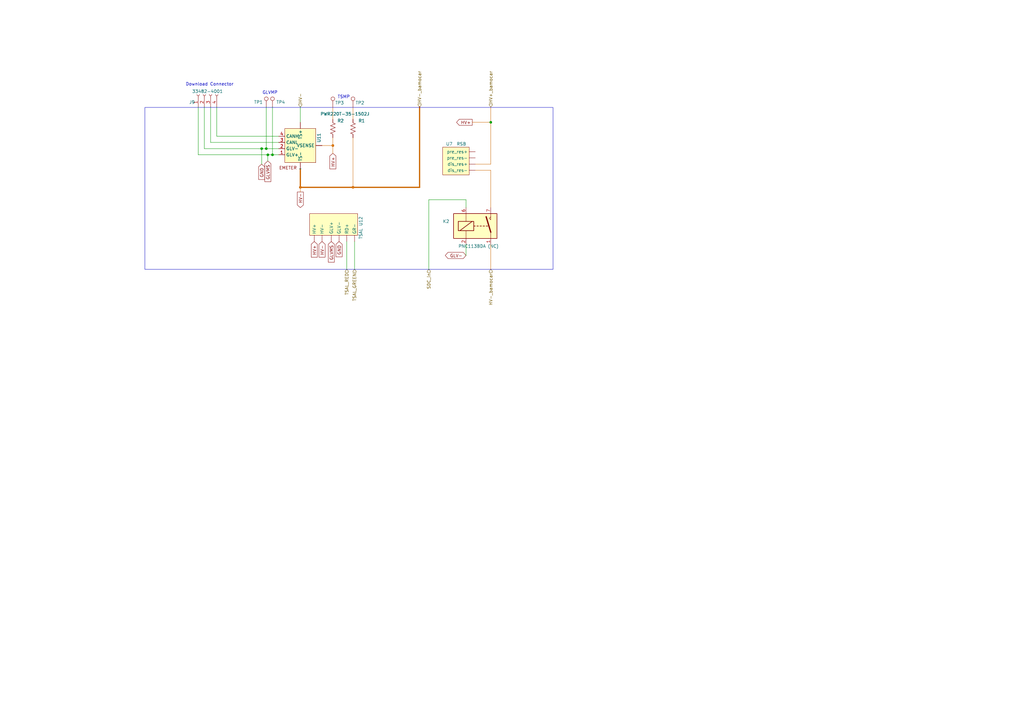
<source format=kicad_sch>
(kicad_sch (version 20231120) (generator "eeschema") (generator_version "8.0")
  (paper "A3")
  (title_block (title "SC FormulaE Electrical System"))
  (lib_symbols
    (symbol "Connector:Conn_01x04_Socket" (pin_names (offset 1.016) hide)
      (property "Reference" "J" (at 0 5.08 0))
      (property "Value" "Conn_01x04_Socket" (at 0 -7.62 0))
      (symbol "Conn_01x04_Socket_1_1"
        (arc (start 0 -4.572) (mid -0.5058 -5.08) (end 0 -5.588) (stroke (width 0.1524)))
        (arc (start 0 -2.032) (mid -0.5058 -2.54) (end 0 -3.048) (stroke (width 0.1524)))
        (polyline (pts (xy -1.27 -5.08) (xy -0.508 -5.08)) (stroke (width 0.1524)))
        (polyline (pts (xy -1.27 -2.54) (xy -0.508 -2.54)) (stroke (width 0.1524)))
        (polyline (pts (xy -1.27 0) (xy -0.508 0)) (stroke (width 0.1524)))
        (polyline (pts (xy -1.27 2.54) (xy -0.508 2.54)) (stroke (width 0.1524)))
        (arc (start 0 0.508) (mid -0.5058 0) (end 0 -0.508) (stroke (width 0.1524)))
        (arc (start 0 3.048) (mid -0.5058 2.54) (end 0 2.032) (stroke (width 0.1524)))
        (pin passive line (at -5.08 2.54 0) (length 3.81) (name "Pin_1") (number "1"))
        (pin passive line (at -5.08 0 0) (length 3.81) (name "Pin_2") (number "2"))
        (pin passive line (at -5.08 -2.54 0) (length 3.81) (name "Pin_3") (number "3"))
        (pin passive line (at -5.08 -5.08 0) (length 3.81) (name "Pin_4") (number "4"))
      )
    )
    (symbol "Connector:TestPoint" (pin_numbers hide) (pin_names (offset 0.762) hide)
      (property "Reference" "TP" (at 0 6.858 0))
      (property "Value" "TestPoint" (at 0 5.08 0))
      (symbol "TestPoint_0_1"
        (circle (center 0 3.302) (radius 0.762))
      )
      (symbol "TestPoint_1_1"
        (pin passive line (at 0 0 90) (length 2.54) (name "1") (number "1"))
      )
    )
    (symbol "Device:R_US" (pin_numbers hide) (pin_names (offset 0))
      (property "Reference" "R" (at 2.54 0 90))
      (property "Value" "R_US" (at -2.54 0 90))
      (symbol "R_US_0_1"
        (polyline (pts (xy 0 -2.286) (xy 0 -2.54)))
        (polyline (pts (xy 0 2.286) (xy 0 2.54)))
        (polyline (pts (xy 0 -0.762) (xy 1.016 -1.143) (xy 0 -1.524) (xy -1.016 -1.905) (xy 0 -2.286)))
        (polyline (pts (xy 0 0.762) (xy 1.016 0.381) (xy 0 0) (xy -1.016 -0.381) (xy 0 -0.762)))
        (polyline (pts (xy 0 2.286) (xy 1.016 1.905) (xy 0 1.524) (xy -1.016 1.143) (xy 0 0.762)))
      )
      (symbol "R_US_1_1"
        (pin passive line (at 0 3.81 270) (length 1.27) (name "~") (number "1"))
        (pin passive line (at 0 -3.81 90) (length 1.27) (name "~") (number "2"))
      )
    )
    (symbol "FSAE:Emeter"
      (property "Reference" "U11" (at -7.62 15.875 90))
      (property "Value" "~" (at 0 3.175 0))
      (symbol "Emeter_0_1"
        (rectangle (start -6.35 19.685) (end 6.35 5.715) (fill (type background)))
        (text "EMETER\n\n" (at 5.08 2.54 0) (effects (font (size 1.27 1.27))))
      )
      (symbol "Emeter_1_1"
        (pin input line (at 0 22.225 270) (length 2.54) (name "TS+") (number ""))
        (pin input line (at 0 3.175 90) (length 2.54) (name "TS-") (number ""))
        (pin input line (at -8.89 12.7 0) (length 2.54) (name "VSENSE") (number ""))
        (pin input line (at 8.89 8.89 180) (length 2.54) (name "GLV+") (number "1"))
        (pin input line (at 8.89 11.43 180) (length 2.54) (name "GLV-") (number "2"))
        (pin bidirectional line (at 8.89 13.97 180) (length 2.54) (name "CANL") (number "3"))
        (pin bidirectional line (at 8.89 16.51 180) (length 2.54) (name "CANH") (number "4"))
      )
    )
    (symbol "Random:RSB"
      (property "Reference" "U5" (at -5.715 6.985 0))
      (property "Value" "RSB" (at 0.635 6.985 0))
      (symbol "RSB_1_1"
        (rectangle (start -6.985 5.715) (end 3.81 -5.715) (fill (type background)))
        (pin input line (at 6.35 -1.27 180) (length 2.54) (name "dis_res+") (number ""))
        (pin input line (at 6.35 -3.81 180) (length 2.54) (name "dis_res-") (number ""))
        (pin input line (at 6.35 3.81 180) (length 2.54) (name "pre_res+") (number ""))
        (pin input line (at 6.35 1.27 180) (length 2.54) (name "pre_res-") (number ""))
      )
    )
    (symbol "Random:TSAL"
      (property "Reference" "U7" (at 12.7 0 0))
      (property "Value" "TSAL" (at 15.24 -2.54 0))
      (symbol "TSAL_1_1"
        (rectangle (start -8.255 4.445) (end 11.43 -4.445) (fill (type background)))
        (pin power_in line (at 0.635 -6.985 90) (length 2.54) (name "GLV+") (number ""))
        (pin power_in line (at 3.81 -6.985 90) (length 2.54) (name "GLV-") (number ""))
        (pin power_in line (at 10.16 -6.985 90) (length 2.54) (name "GR-") (number ""))
        (pin power_in line (at -6.35 -6.985 90) (length 2.54) (name "HV+") (number ""))
        (pin power_in line (at -3.175 -6.985 90) (length 2.54) (name "HV-") (number ""))
        (pin power_in line (at 6.985 -6.985 90) (length 2.54) (name "RD+") (number ""))
      )
    )
    (symbol "Relay:DIPxx-1Axx-11x"
      (property "Reference" "K" (at 8.89 3.81 0))
      (property "Value" "DIPxx-1Axx-11x" (at 8.89 1.27 0))
      (symbol "DIPxx-1Axx-11x_0_0"
        (polyline (pts (xy 5.08 5.08) (xy 5.08 2.54) (xy 4.445 3.175) (xy 5.08 3.81)))
      )
      (symbol "DIPxx-1Axx-11x_0_1"
        (rectangle (start -10.16 5.08) (end 7.62 -5.08) (stroke (width 0.254)) (fill (type background)))
        (rectangle (start -8.255 1.905) (end -1.905 -1.905) (stroke (width 0.254)))
        (polyline (pts (xy -7.62 -1.905) (xy -2.54 1.905)) (stroke (width 0.254)))
        (polyline (pts (xy -5.08 -5.08) (xy -5.08 -1.905)))
        (polyline (pts (xy -5.08 5.08) (xy -5.08 1.905)))
        (polyline (pts (xy -1.905 0) (xy -1.27 0)) (stroke (width 0.254)))
        (polyline (pts (xy -0.635 0) (xy 0 0)) (stroke (width 0.254)))
        (polyline (pts (xy 0.635 0) (xy 1.27 0)) (stroke (width 0.254)))
        (polyline (pts (xy 1.905 0) (xy 2.54 0)) (stroke (width 0.254)))
        (polyline (pts (xy 3.175 0) (xy 3.81 0)) (stroke (width 0.254)))
        (polyline (pts (xy 5.08 -2.54) (xy 3.175 3.81)) (stroke (width 0.508)))
        (polyline (pts (xy 5.08 -2.54) (xy 5.08 -5.08)))
      )
      (symbol "DIPxx-1Axx-11x_1_1"
        (pin passive line (at 5.08 -7.62 90) (length 2.54) (name "~") (number "1"))
        (pin passive line (at 5.08 -7.62 90) (length 2.54) hide (name "~") (number "14"))
        (pin passive line (at -5.08 -7.62 90) (length 2.54) (name "~") (number "2"))
        (pin passive line (at -5.08 7.62 270) (length 2.54) (name "~") (number "6"))
        (pin passive line (at 5.08 7.62 270) (length 2.54) (name "~") (number "7"))
        (pin passive line (at 5.08 7.62 270) (length 2.54) hide (name "~") (number "8"))
      )
    )
  )
  (junction (at 123.19 76.835) (color 204 102 0 1))
  (junction (at 111.76 63.5))
  (junction (at 136.525 59.69) (color 204 102 0 1))
  (junction (at 109.22 60.96))
  (junction (at 107.315 60.96))
  (junction (at 201.295 50.165))
  (junction (at 109.855 63.5))
  (junction (at 144.78 76.835) (color 204 102 0 1))
  (wire (pts (xy 142.24 99.06) (xy 142.24 110.49)))
  (wire (pts (xy 201.295 43.815) (xy 201.295 50.165)) (stroke (width 0) (color 204 102 0 1)))
  (wire (pts (xy 109.22 43.815) (xy 109.22 60.96)))
  (wire (pts (xy 144.78 56.515) (xy 144.78 76.835)) (stroke (width 0) (color 204 102 0 1)))
  (wire (pts (xy 107.315 67.31) (xy 107.315 60.96)))
  (wire (pts (xy 111.76 43.815) (xy 111.76 63.5)))
  (wire (pts (xy 86.36 58.42) (xy 114.3 58.42)))
  (wire (pts (xy 86.36 43.815) (xy 86.36 58.42)))
  (wire (pts (xy 123.19 76.835) (xy 123.19 69.215)) (stroke (width 0.508) (color 204 102 0 1)))
  (wire (pts (xy 201.295 69.85) (xy 201.295 85.09)) (stroke (width 0) (color 204 102 0 1)))
  (wire (pts (xy 81.28 63.5) (xy 109.855 63.5)))
  (wire (pts (xy 111.76 63.5) (xy 114.3 63.5)))
  (wire (pts (xy 136.525 48.895) (xy 136.525 43.815)) (stroke (width 0) (color 204 102 0 1)))
  (wire (pts (xy 123.19 76.835) (xy 144.78 76.835)) (stroke (width 0.508) (color 204 102 0 1)))
  (wire (pts (xy 191.135 100.33) (xy 191.135 104.775)))
  (wire (pts (xy 194.945 67.31) (xy 201.295 67.31)) (stroke (width 0) (color 204 102 0 1)))
  (wire (pts (xy 145.415 99.06) (xy 145.415 110.49)))
  (wire (pts (xy 201.295 69.85) (xy 194.945 69.85)) (stroke (width 0) (color 204 102 0 1)))
  (wire (pts (xy 172.085 43.815) (xy 172.085 76.835)) (stroke (width 0.508) (color 204 102 0 1)))
  (wire (pts (xy 144.78 76.835) (xy 172.085 76.835)) (stroke (width 0) (color 204 102 0 1)))
  (wire (pts (xy 83.82 43.815) (xy 83.82 60.96)))
  (wire (pts (xy 88.9 55.88) (xy 114.3 55.88)))
  (wire (pts (xy 144.78 76.835) (xy 172.085 76.835)) (stroke (width 0.508) (color 204 102 0 1)))
  (wire (pts (xy 144.78 48.895) (xy 144.78 43.815)) (stroke (width 0) (color 204 102 0 1)))
  (wire (pts (xy 175.895 81.915) (xy 175.895 110.49)))
  (wire (pts (xy 109.855 66.04) (xy 109.855 63.5)))
  (wire (pts (xy 193.675 50.165) (xy 201.295 50.165)) (stroke (width 0) (color 204 102 0 1)))
  (wire (pts (xy 83.82 60.96) (xy 107.315 60.96)))
  (wire (pts (xy 136.525 59.69) (xy 132.08 59.69)) (stroke (width 0) (color 204 102 0 1)))
  (wire (pts (xy 107.315 60.96) (xy 109.22 60.96)))
  (wire (pts (xy 81.28 63.5) (xy 81.28 43.815)))
  (wire (pts (xy 109.855 63.5) (xy 111.76 63.5)))
  (wire (pts (xy 201.295 100.33) (xy 201.295 110.49)) (stroke (width 0) (color 204 102 0 1)))
  (wire (pts (xy 191.135 81.915) (xy 175.895 81.915)))
  (wire (pts (xy 191.135 81.915) (xy 191.135 85.09)))
  (wire (pts (xy 136.525 62.865) (xy 136.525 59.69)) (stroke (width 0) (color 204 102 0 1)))
  (wire (pts (xy 123.19 76.835) (xy 123.19 78.74)) (stroke (width 0) (color 204 102 0 1)))
  (wire (pts (xy 109.22 60.96) (xy 114.3 60.96)))
  (wire (pts (xy 123.19 43.815) (xy 123.19 50.165)))
  (wire (pts (xy 201.295 50.165) (xy 201.295 67.31)) (stroke (width 0) (color 204 102 0 1)))
  (wire (pts (xy 88.9 43.815) (xy 88.9 55.88)))
  (wire (pts (xy 136.525 56.515) (xy 136.525 59.69)) (stroke (width 0) (color 204 102 0 1)))
  (rectangle (start 59.436 44.069) (end 226.822 110.49))
  (text "Download Connector" (at 85.979 34.671 0) (effects (font (size 1.27 1.27))))
  (text "TSMP" (at 140.97 39.878 0) (effects (font (size 1.27 1.27))))
  (text "GLVMP" (at 110.744 38.1 0) (effects (font (size 1.27 1.27))))
  (global_label "GND" (shape input) (at 139.065 99.06 270) (property "Intersheetrefs" "${INTERSHEET_REFS}" (effects (hide yes))))
  (global_label "GLVMS" (shape input) (at 135.89 99.06 270) (property "Intersheetrefs" "${INTERSHEET_REFS}" (effects (hide yes))))
  (global_label "GND" (shape input) (at 107.315 67.31 270) (property "Intersheetrefs" "${INTERSHEET_REFS}" (effects (hide yes))))
  (global_label "HV+" (shape input) (at 128.905 99.06 270) (property "Intersheetrefs" "${INTERSHEET_REFS}" (effects (hide yes))))
  (global_label "GLVMS" (shape input) (at 109.855 66.04 270) (property "Intersheetrefs" "${INTERSHEET_REFS}" (effects (hide yes))))
  (global_label "HV-" (shape input) (at 132.08 99.06 270) (property "Intersheetrefs" "${INTERSHEET_REFS}" (effects (hide yes))))
  (global_label "HV+" (shape input) (at 136.525 62.865 270) (property "Intersheetrefs" "${INTERSHEET_REFS}" (effects (hide yes))))
  (global_label "HV+" (shape output) (at 193.675 50.165 180) (property "Intersheetrefs" "${INTERSHEET_REFS}" (effects (hide yes))))
  (global_label "GLV-" (shape bidirectional) (at 191.135 104.775 180) (property "Intersheetrefs" "${INTERSHEET_REFS}" (effects (hide yes))))
  (global_label "HV-" (shape output) (at 123.19 78.74 270) (property "Intersheetrefs" "${INTERSHEET_REFS}" (effects (hide yes))))
  (hierarchical_label "HV-_bamocar" (shape input) (at 201.295 110.49 270))
  (hierarchical_label "TSAL_GREEN" (shape input) (at 145.415 110.49 270))
  (hierarchical_label "SDC_in" (shape input) (at 175.895 110.49 270))
  (hierarchical_label "TSAL_RED" (shape input) (at 142.24 110.49 270))
  (hierarchical_label "HV-_bamocar" (shape input) (at 172.085 43.815 90))
  (hierarchical_label "HV-" (shape input) (at 123.19 43.815 90))
  (hierarchical_label "HV+_bamocar" (shape input) (at 201.295 43.815 90))
  (symbol (lib_id "Connector:TestPoint") (at 136.525 43.815 0) (unit 1)
    (property "Reference" "TP3" (at 137.414 42.164 0) (effects (justify left)))
    (property "Value" "TestPoint" (effects (hide yes)))
  )
  (symbol (lib_id "Relay:DIPxx-1Axx-11x") (at 196.215 92.71 0) (unit 1)
    (property "Reference" "K2" (at 181.61 90.805 0) (effects (justify left)))
    (property "Value" "PNC113BDA (NC)" (at 187.96 100.965 0) (effects (justify left)))
    (property "Footprint" "Relay_THT:Relay_StandexMeder_DIP_LowProfile" (effects (hide yes)))
    (property "Datasheet" "https://www.sensata.com/sites/default/files/a/sensata-gigavac-gv24-sereies-800v-contactors-datasheet.pdf" (effects (hide yes)))
  )
  (symbol (lib_id "Device:R_US") (at 136.525 52.705 180) (unit 1)
    (property "Reference" "R2" (at 139.7 49.53 0))
    (property "Value" "PWR220T-35-1502J" (at 141.478 46.736 0))
  )
  (symbol (lib_id "Connector:TestPoint") (at 109.22 43.815 0) (unit 1)
    (property "Reference" "TP1" (at 104.14 41.91 0) (effects (justify left)))
    (property "Value" "TestPoint" (effects (hide yes)))
  )
  (symbol (lib_id "Random:RSB") (at 188.595 66.04 0) (unit 1)
    (property "Reference" "U7" (at 182.88 59.055 0) (effects (justify left)))
    (property "Value" "RSB" (at 189.23 59.055 0))
  )
  (symbol (lib_id "Connector:TestPoint") (at 144.78 43.815 0) (unit 1)
    (property "Reference" "TP2" (at 145.796 42.164 0) (effects (justify left)))
    (property "Value" "TestPoint" (effects (hide yes)))
  )
  (symbol (lib_id "Connector:TestPoint") (at 111.76 43.815 0) (unit 1)
    (property "Reference" "TP4" (at 113.284 41.91 0) (effects (justify left)))
    (property "Value" "TestPoint" (effects (hide yes)))
  )
  (symbol (lib_id "Connector:Conn_01x04_Socket") (at 83.82 38.735 90) (unit 1)
    (property "Reference" "J9" (at 78.74 41.91 90))
    (property "Value" "33482-4001" (at 85.09 37.465 90))
  )
  (symbol (lib_id "Random:TSAL") (at 135.255 92.075 0) (unit 1)
    (property "Reference" "U12" (at 147.955 92.71 90) (effects (justify left)))
    (property "Value" "TSAL" (at 147.955 95.885 90))
  )
  (symbol (lib_id "FSAE:Emeter") (at 123.19 72.39 0) (mirror y) (unit 1)
    (property "Reference" "U11" (at 130.81 56.515 90))
    (property "Value" "~" (at 123.19 69.215 0))
  )
  (symbol (lib_id "Device:R_US") (at 144.78 52.705 180) (unit 1)
    (property "Reference" "R1" (at 148.336 49.53 0))
    (property "Value" "PWR220T-35-1502J" (effects (hide yes)))
  )
)
</source>
